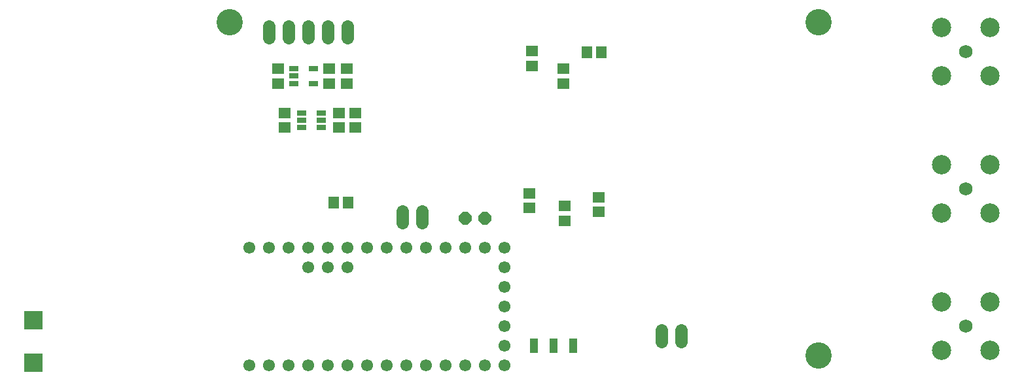
<source format=gbr>
G04 EAGLE Gerber RS-274X export*
G75*
%MOMM*%
%FSLAX34Y34*%
%LPD*%
%INSoldermask Bottom*%
%IPPOS*%
%AMOC8*
5,1,8,0,0,1.08239X$1,22.5*%
G01*
%ADD10R,2.387600X2.387600*%
%ADD11C,1.549400*%
%ADD12R,1.301600X0.651600*%
%ADD13R,1.601600X1.401600*%
%ADD14C,3.403600*%
%ADD15C,1.625600*%
%ADD16R,1.401600X1.601600*%
%ADD17R,1.117600X1.879600*%
%ADD18P,1.759533X8X22.500000*%
%ADD19C,1.751600*%
%ADD20C,2.501600*%


D10*
X723900Y731457D03*
X723900Y676339D03*
D11*
X1028700Y673100D03*
X1054100Y673100D03*
X1079500Y673100D03*
X1104900Y673100D03*
X1054100Y825500D03*
X1333500Y723900D03*
X1130300Y673100D03*
X1155700Y673100D03*
X1181100Y673100D03*
X1206500Y673100D03*
X1231900Y673100D03*
X1257300Y673100D03*
X1282700Y673100D03*
X1308100Y673100D03*
X1333500Y673100D03*
X1333500Y825500D03*
X1308100Y825500D03*
X1282700Y825500D03*
X1257300Y825500D03*
X1231900Y825500D03*
X1206500Y825500D03*
X1181100Y825500D03*
X1155700Y825500D03*
X1130300Y825500D03*
X1104900Y825500D03*
X1079500Y825500D03*
X1333500Y800100D03*
X1028700Y825500D03*
X1003300Y673100D03*
X1333500Y749300D03*
X1333500Y774700D03*
X1333500Y698500D03*
X1003300Y825500D03*
X1079500Y800100D03*
X1104900Y800100D03*
X1130300Y800100D03*
D12*
X1060150Y1038250D03*
X1060150Y1047750D03*
X1060150Y1057250D03*
X1086150Y1057250D03*
X1086150Y1038250D03*
D13*
X1040130Y1038250D03*
X1040130Y1057250D03*
X1106170Y1038250D03*
X1106170Y1057250D03*
X1129030Y1038250D03*
X1129030Y1057250D03*
X1118870Y1000100D03*
X1118870Y981100D03*
X1140460Y1000100D03*
X1140460Y981100D03*
X1049020Y1000100D03*
X1049020Y981100D03*
D14*
X1739900Y685800D03*
X1739900Y1117600D03*
X977900Y1117600D03*
D15*
X1028700Y1112520D02*
X1028700Y1097280D01*
X1054100Y1097280D02*
X1054100Y1112520D01*
X1079500Y1112520D02*
X1079500Y1097280D01*
X1104900Y1097280D02*
X1104900Y1112520D01*
X1130300Y1112520D02*
X1130300Y1097280D01*
D12*
X1096310Y1000100D03*
X1096310Y990600D03*
X1096310Y981100D03*
X1070310Y981100D03*
X1070310Y990600D03*
X1070310Y1000100D03*
D16*
X1458570Y1078230D03*
X1439570Y1078230D03*
D13*
X1409700Y1038250D03*
X1409700Y1057250D03*
X1369060Y1080110D03*
X1369060Y1061110D03*
X1455420Y890880D03*
X1455420Y871880D03*
X1410970Y860450D03*
X1410970Y879450D03*
X1365250Y895960D03*
X1365250Y876960D03*
D16*
X1111910Y883920D03*
X1130910Y883920D03*
D17*
X1371600Y698500D03*
X1397000Y698500D03*
X1422400Y698500D03*
D15*
X1226820Y857250D02*
X1226820Y872490D01*
X1201420Y872490D02*
X1201420Y857250D01*
D18*
X1308100Y863600D03*
X1282700Y863600D03*
D15*
X1562100Y718820D02*
X1562100Y703580D01*
X1536700Y703580D02*
X1536700Y718820D01*
D19*
X1930400Y1079500D03*
D20*
X1899100Y1110800D03*
X1899100Y1048200D03*
X1961700Y1048200D03*
X1961700Y1110800D03*
D19*
X1930400Y901700D03*
D20*
X1899100Y933000D03*
X1899100Y870400D03*
X1961700Y870400D03*
X1961700Y933000D03*
D19*
X1930400Y723900D03*
D20*
X1961700Y692600D03*
X1961700Y755200D03*
X1899100Y755200D03*
X1899100Y692600D03*
M02*

</source>
